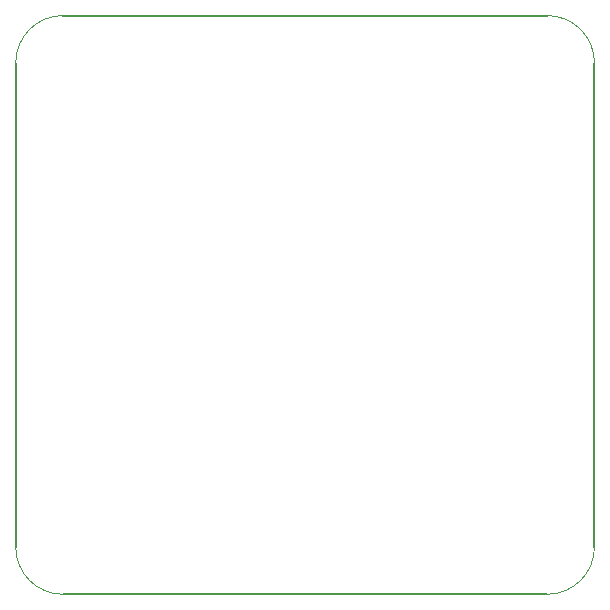
<source format=gm1>
G04 #@! TF.GenerationSoftware,KiCad,Pcbnew,(6.0.1)*
G04 #@! TF.CreationDate,2022-08-21T08:22:37-04:00*
G04 #@! TF.ProjectId,JoyPad,4a6f7950-6164-42e6-9b69-6361645f7063,3*
G04 #@! TF.SameCoordinates,Original*
G04 #@! TF.FileFunction,Profile,NP*
%FSLAX46Y46*%
G04 Gerber Fmt 4.6, Leading zero omitted, Abs format (unit mm)*
G04 Created by KiCad (PCBNEW (6.0.1)) date 2022-08-21 08:22:37*
%MOMM*%
%LPD*%
G01*
G04 APERTURE LIST*
G04 #@! TA.AperFunction,Profile*
%ADD10C,0.200000*%
G04 #@! TD*
G04 #@! TA.AperFunction,Profile*
%ADD11C,0.100000*%
G04 #@! TD*
G04 APERTURE END LIST*
D10*
X45000000Y-49000000D02*
X4000000Y-49000000D01*
D11*
X45000000Y-49000000D02*
G75*
G03*
X49000000Y-45000000I0J4000000D01*
G01*
X4000000Y0D02*
G75*
G03*
X0Y-4000000I0J-4000000D01*
G01*
D10*
X49000000Y-4000000D02*
X49000000Y-45000000D01*
X4000000Y0D02*
X45000000Y0D01*
D11*
X0Y-45000000D02*
G75*
G03*
X4000000Y-49000000I4000000J0D01*
G01*
D10*
X0Y-45000000D02*
X0Y-4000000D01*
D11*
X49000000Y-4000000D02*
G75*
G03*
X45000000Y0I-4000000J0D01*
G01*
M02*

</source>
